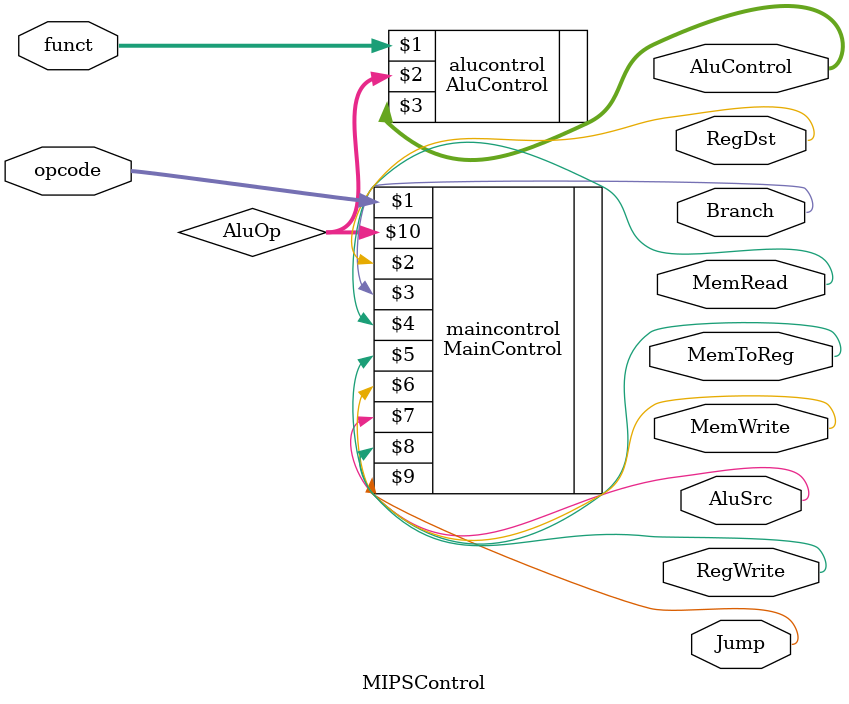
<source format=v>
/* Author: Tobias Minn
	MIPS Singlecycle Control
	
	Instruction	| Opcode	| RegDst | Branch | MemRead 	| MemToReg 	| MemWrite 	| AluSrc | RegWrite 	| AluOp 	| Jump	|
	-------------------------------------------------------------------------------------------------------------------
	R-Type		| 000000	| 1		| 0 		| 0 			| 0			| 0 			| 0		| 1			| 10		| 0		|
	lw				| 100011	| 0		| 0 		| 1 			| 1			| 0 			| 1		| 1			| 00		| 0		|
	sw				| 101011	| X		| 0 		| 0 			| X			| 1 			| 1		| 0			| 00		| 0		|
	beq			| 000100	| X		| 1 		| 0 			| X			| 0 			| 0		| 0			| 01		| 0 		|
	addi			| 001000	| 0		| 0 		| 0 			| 0			| 0 			| 1		| 1			| 00		| 0		|
	j				| 000010	| X		| X 		| 0 			| X			| 0 			| X		| 0			| XX		| 1		|
*/
module MIPSControl #(parameter WIDTH=32)	(
	input   	[31:26]			opcode,
	input		[5:0]				funct,
	output  						RegDst,
	output						Branch,
	output						MemRead,
	output 						MemToReg,
	output 						MemWrite,
	output 						AluSrc,
	output 						RegWrite,
	output						Jump,
	output 	[2:0]				AluControl);
	
	wire [1:0] AluOp;
	
	MainControl maincontrol(opcode,RegDst,Branch,MemRead,MemToReg,MemWrite,AluSrc,RegWrite,Jump,AluOp);
	
	AluControl alucontrol(funct,AluOp,AluControl);
    
endmodule
</source>
